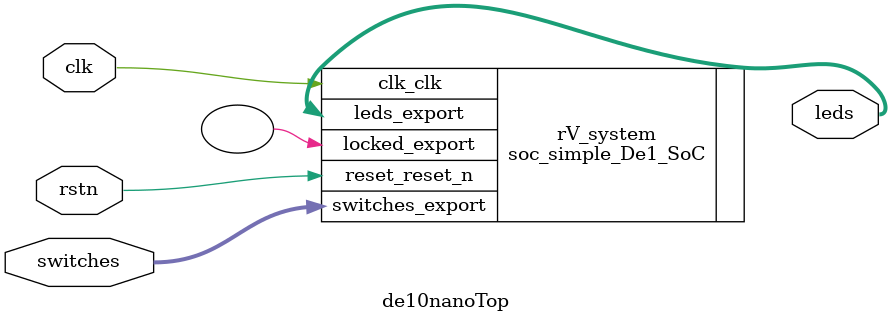
<source format=v>
module de10nanoTop (
  input   clk,
  input   rstn,
  output  [9:0] leds,
  input   [9:0] switches
);

  soc_simple_De1_SoC rV_system (
    .clk_clk       	(clk),     //    clk.clk
    .reset_reset_n 	(rstn),    //  reset.reset_n
    .locked_export 	(),        // locked.export
    .leds_export   	(leds),     //   leds.export
	 .switches_export	(switches)	// switches.export
  );
  

endmodule 
</source>
